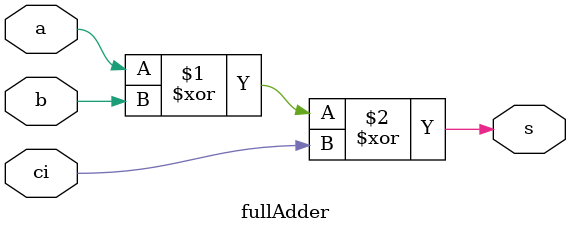
<source format=v>

module fullAdder(a,b,ci,s);
input a,b,ci; // inputs: a, b, cin
output s; // output: sum

assign s = a ^ b ^ ci;

endmodule
</source>
